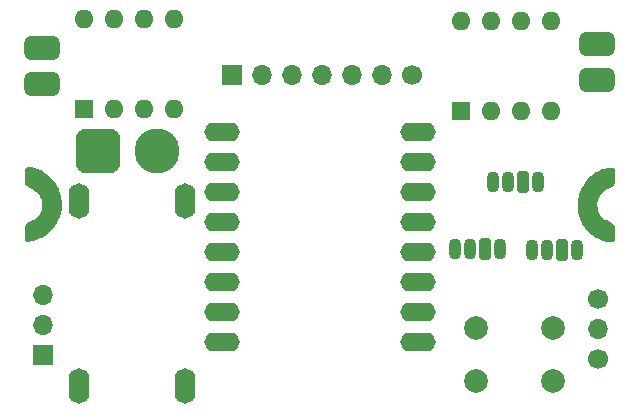
<source format=gts>
%TF.GenerationSoftware,KiCad,Pcbnew,7.0.1*%
%TF.CreationDate,2024-01-24T12:52:34+01:00*%
%TF.ProjectId,PX-CORE,50582d43-4f52-4452-9e6b-696361645f70,rev?*%
%TF.SameCoordinates,PX675d18cPY8cbe71c*%
%TF.FileFunction,Soldermask,Top*%
%TF.FilePolarity,Negative*%
%FSLAX46Y46*%
G04 Gerber Fmt 4.6, Leading zero omitted, Abs format (unit mm)*
G04 Created by KiCad (PCBNEW 7.0.1) date 2024-01-24 12:52:34*
%MOMM*%
%LPD*%
G01*
G04 APERTURE LIST*
G04 Aperture macros list*
%AMRoundRect*
0 Rectangle with rounded corners*
0 $1 Rounding radius*
0 $2 $3 $4 $5 $6 $7 $8 $9 X,Y pos of 4 corners*
0 Add a 4 corners polygon primitive as box body*
4,1,4,$2,$3,$4,$5,$6,$7,$8,$9,$2,$3,0*
0 Add four circle primitives for the rounded corners*
1,1,$1+$1,$2,$3*
1,1,$1+$1,$4,$5*
1,1,$1+$1,$6,$7*
1,1,$1+$1,$8,$9*
0 Add four rect primitives between the rounded corners*
20,1,$1+$1,$2,$3,$4,$5,0*
20,1,$1+$1,$4,$5,$6,$7,0*
20,1,$1+$1,$6,$7,$8,$9,0*
20,1,$1+$1,$8,$9,$2,$3,0*%
G04 Aperture macros list end*
%ADD10O,3.000000X1.600000*%
%ADD11C,1.700000*%
%ADD12O,1.700000X1.700000*%
%ADD13R,1.700000X1.700000*%
%ADD14RoundRect,0.500000X1.000000X0.500000X-1.000000X0.500000X-1.000000X-0.500000X1.000000X-0.500000X0*%
%ADD15O,1.070000X1.800000*%
%ADD16RoundRect,0.267500X-0.267500X-0.632500X0.267500X-0.632500X0.267500X0.632500X-0.267500X0.632500X0*%
%ADD17C,0.800000*%
%ADD18C,2.000000*%
%ADD19RoundRect,0.950000X-0.950000X-0.950000X0.950000X-0.950000X0.950000X0.950000X-0.950000X0.950000X0*%
%ADD20C,3.800000*%
%ADD21R,1.600000X1.600000*%
%ADD22O,1.600000X1.600000*%
%ADD23O,1.750000X3.000000*%
%ADD24RoundRect,0.500000X-1.000000X-0.500000X1.000000X-0.500000X1.000000X0.500000X-1.000000X0.500000X0*%
G04 APERTURE END LIST*
D10*
%TO.C,ESP32*%
X33325867Y5726728D03*
X33325867Y8266728D03*
X33325867Y10806728D03*
X33325867Y13346728D03*
X33325867Y15886728D03*
X33325867Y18426728D03*
X33325867Y20966728D03*
X33325867Y23506728D03*
X16688867Y5726728D03*
X16688867Y8266728D03*
X16688867Y10806728D03*
X16688867Y13346728D03*
X16688867Y15886728D03*
X16688867Y18426728D03*
X16688867Y20966728D03*
X16688867Y23506728D03*
%TD*%
D11*
%TO.C,J4*%
X32792367Y28332230D03*
D12*
X30252367Y28332230D03*
X27712367Y28332230D03*
X25172367Y28332230D03*
X22632367Y28332230D03*
X20092367Y28332230D03*
D13*
X17552367Y28332230D03*
%TD*%
D14*
%TO.C,M1*%
X1441366Y27567232D03*
X1441366Y30607232D03*
%TD*%
D15*
%TO.C,LED3*%
X42925000Y13500000D03*
X44195000Y13500000D03*
D16*
X45465000Y13500000D03*
D15*
X46735000Y13500000D03*
%TD*%
%TO.C,LED1*%
X36400000Y13525000D03*
X37670000Y13525000D03*
D16*
X38940000Y13525000D03*
D15*
X40210000Y13525000D03*
%TD*%
D17*
%TO.C,REF\u002A\u002A*%
X895807Y19549539D03*
X2194678Y18250668D03*
X895807Y15114917D03*
X2194678Y16413788D03*
%TD*%
D18*
%TO.C,BTN1*%
X38225000Y6850000D03*
X44725000Y6850000D03*
X38225000Y2350000D03*
X44725000Y2350000D03*
%TD*%
D19*
%TO.C,J2*%
X6175000Y21825000D03*
D20*
X11175000Y21825000D03*
%TD*%
D21*
%TO.C,PH1*%
X4975365Y25382229D03*
D22*
X7515365Y25382229D03*
X10055365Y25382229D03*
X12595365Y25382229D03*
X12595365Y33002229D03*
X10055365Y33002229D03*
X7515365Y33002229D03*
X4975365Y33002229D03*
%TD*%
D23*
%TO.C,DC-DC_3.3*%
X4560000Y17630000D03*
X13550000Y17670000D03*
X4560000Y1930000D03*
X13550000Y1960000D03*
%TD*%
D11*
%TO.C,START1*%
X48500000Y4275000D03*
D12*
X48500000Y6815000D03*
D11*
X48500000Y9355000D03*
%TD*%
D13*
%TO.C,J1*%
X1550000Y4600000D03*
D12*
X1550000Y7140000D03*
X1550000Y9680000D03*
%TD*%
D24*
%TO.C,M2*%
X48476364Y30904224D03*
X48476364Y27864224D03*
%TD*%
D17*
%TO.C,REF\u002A\u002A*%
X49082262Y15085887D03*
X47783391Y16384758D03*
X49082262Y19520509D03*
X47783391Y18221638D03*
%TD*%
D15*
%TO.C,LED2*%
X39675000Y19275000D03*
X40945000Y19275000D03*
D16*
X42215000Y19275000D03*
D15*
X43485000Y19275000D03*
%TD*%
D21*
%TO.C,PH2*%
X36922364Y25272229D03*
D22*
X39462364Y25272229D03*
X42002364Y25272229D03*
X44542364Y25272229D03*
X44542364Y32892229D03*
X42002364Y32892229D03*
X39462364Y32892229D03*
X36922364Y32892229D03*
%TD*%
G36*
X49723634Y20462779D02*
G01*
X49752677Y20459250D01*
X49802889Y20447783D01*
X49849668Y20426230D01*
X49852084Y20424797D01*
X49893402Y20394105D01*
X49927528Y20355573D01*
X49929163Y20353289D01*
X49954643Y20308550D01*
X49970377Y20259527D01*
X49976390Y20230895D01*
X49981706Y20179687D01*
X49981588Y19258435D01*
X49981461Y19250516D01*
X49981232Y19243348D01*
X49980226Y19227574D01*
X49979540Y19220407D01*
X49978659Y19212524D01*
X49974074Y19176697D01*
X49972760Y19167733D01*
X49971421Y19159625D01*
X49967826Y19141890D01*
X49965895Y19133873D01*
X49963616Y19125114D01*
X49960678Y19114609D01*
X49958766Y19108112D01*
X49956931Y19102178D01*
X49952551Y19089278D01*
X49950413Y19083504D01*
X49947980Y19077198D01*
X49941432Y19060888D01*
X49938821Y19054631D01*
X49936369Y19048974D01*
X49930627Y19036660D01*
X49927882Y19031169D01*
X49924752Y19025116D01*
X49916455Y19009596D01*
X49913169Y19003646D01*
X49910112Y18998285D01*
X49903089Y18986712D01*
X49899749Y18981531D01*
X49895984Y18975862D01*
X49886059Y18961353D01*
X49882156Y18955810D01*
X49878540Y18950821D01*
X49870268Y18940040D01*
X49866366Y18935232D01*
X49862025Y18930030D01*
X49850612Y18916724D01*
X49846092Y18911598D01*
X49841941Y18907019D01*
X49832563Y18897224D01*
X49828159Y18892868D01*
X49823268Y18888161D01*
X49810483Y18876187D01*
X49805467Y18871615D01*
X49800826Y18867500D01*
X49790417Y18858767D01*
X49785606Y18854949D01*
X49780245Y18850812D01*
X49766170Y18840253D01*
X49760683Y18836252D01*
X49755645Y18832683D01*
X49744338Y18825128D01*
X49739128Y18821849D01*
X49733344Y18818318D01*
X49718214Y18809361D01*
X49712306Y18805971D01*
X49706923Y18802980D01*
X49694905Y18796725D01*
X49689373Y18794034D01*
X49683214Y18791141D01*
X49667197Y18783884D01*
X49660960Y18781160D01*
X49655272Y18778768D01*
X49642632Y18773853D01*
X49636802Y18771767D01*
X49630393Y18769572D01*
X49605790Y18761517D01*
X49595003Y18757756D01*
X49584320Y18753568D01*
X49269637Y18623222D01*
X49234439Y18605865D01*
X49201804Y18584060D01*
X48953822Y18393783D01*
X48924312Y18367902D01*
X48898434Y18338395D01*
X48708153Y18090415D01*
X48686346Y18057778D01*
X48668989Y18022579D01*
X48549368Y17733789D01*
X48536753Y17696628D01*
X48529100Y17658151D01*
X48488296Y17348225D01*
X48485730Y17309070D01*
X48488296Y17269914D01*
X48530605Y16948556D01*
X48536023Y16921315D01*
X48547574Y16887290D01*
X48546719Y16887000D01*
X48559083Y16843441D01*
X48559258Y16842360D01*
X48562835Y16829335D01*
X48655151Y16552392D01*
X48675667Y16504937D01*
X48704032Y16461701D01*
X48893751Y16220706D01*
X48937624Y16175636D01*
X48989935Y16140703D01*
X49205450Y16027465D01*
X49227972Y16014075D01*
X49233391Y16010454D01*
X49240087Y16007153D01*
X49243885Y16005579D01*
X49249067Y16003363D01*
X49253731Y16001306D01*
X49264031Y15996479D01*
X49268681Y15994169D01*
X49273718Y15991595D01*
X49703146Y15765962D01*
X49724471Y15753366D01*
X49743132Y15741052D01*
X49781524Y15709826D01*
X49797384Y15694062D01*
X49814060Y15675751D01*
X49912069Y15556741D01*
X49952694Y15486704D01*
X49968700Y15407336D01*
X49982908Y15009493D01*
X49982979Y15007224D01*
X49983033Y15005193D01*
X49983111Y15000771D01*
X49983129Y14998730D01*
X49983139Y14996534D01*
X49983139Y14370141D01*
X49969640Y14289269D01*
X49930606Y14217165D01*
X49870270Y14161648D01*
X49795174Y14128737D01*
X49713460Y14122001D01*
X49582003Y14132956D01*
X49577815Y14133341D01*
X49574009Y14133723D01*
X49565466Y14134730D01*
X49561633Y14135249D01*
X49557494Y14135844D01*
X49189470Y14191983D01*
X49176853Y14194242D01*
X49165462Y14196585D01*
X49140697Y14203021D01*
X49129615Y14206518D01*
X49117496Y14210688D01*
X48703797Y14365057D01*
X48695288Y14368411D01*
X48687605Y14371604D01*
X48670891Y14379287D01*
X48663436Y14383053D01*
X48655338Y14387332D01*
X48228728Y14622919D01*
X48220668Y14627568D01*
X48213441Y14631919D01*
X48197862Y14642111D01*
X48190956Y14647007D01*
X48183465Y14652531D01*
X47814349Y14935524D01*
X47803109Y14944673D01*
X47793150Y14953273D01*
X47772340Y14973475D01*
X47763451Y14983172D01*
X47753969Y14994140D01*
X47477682Y15333216D01*
X47474924Y15336664D01*
X47472445Y15339819D01*
X47467141Y15346820D01*
X47464781Y15350052D01*
X47462242Y15353594D01*
X47221441Y15695788D01*
X47214657Y15705949D01*
X47208724Y15715326D01*
X47196672Y15736622D01*
X47191678Y15746556D01*
X47186455Y15757613D01*
X47019467Y16134880D01*
X47016337Y16142273D01*
X47013591Y16149060D01*
X47008036Y16164179D01*
X47005734Y16171131D01*
X47003338Y16178778D01*
X46869691Y16630627D01*
X46867069Y16640184D01*
X46864858Y16648924D01*
X46860765Y16668326D01*
X46859257Y16677211D01*
X46857793Y16687011D01*
X46807898Y17073692D01*
X46807004Y17081617D01*
X46806307Y17088833D01*
X46805281Y17104811D01*
X46805049Y17112063D01*
X46804922Y17120026D01*
X46804923Y17567356D01*
X46805273Y17580553D01*
X46805908Y17592516D01*
X46808698Y17618735D01*
X46810593Y17630555D01*
X46813025Y17643521D01*
X46919865Y18140019D01*
X46921818Y18148388D01*
X46923719Y18155944D01*
X46928492Y18172479D01*
X46930918Y18179909D01*
X46933720Y18188015D01*
X47076890Y18580172D01*
X47080844Y18590309D01*
X47084637Y18599439D01*
X47093837Y18619115D01*
X47098402Y18627862D01*
X47103657Y18637413D01*
X47313322Y18999564D01*
X47316056Y19004172D01*
X47318566Y19008300D01*
X47324300Y19017291D01*
X47327008Y19021343D01*
X47330042Y19025779D01*
X47597543Y19407925D01*
X47604836Y19417815D01*
X47611663Y19426610D01*
X47627661Y19445244D01*
X47635348Y19453352D01*
X47644024Y19462062D01*
X47917257Y19723147D01*
X47923901Y19729269D01*
X47930031Y19734715D01*
X47943974Y19746224D01*
X47950521Y19751240D01*
X47957785Y19756599D01*
X48394680Y20066858D01*
X48404965Y20073784D01*
X48414469Y20079845D01*
X48436018Y20092122D01*
X48446065Y20097201D01*
X48457274Y20102521D01*
X48906868Y20302339D01*
X48916000Y20306182D01*
X48924393Y20309519D01*
X48943129Y20316116D01*
X48951747Y20318769D01*
X48961289Y20321499D01*
X49383863Y20433358D01*
X49394287Y20435879D01*
X49403821Y20437968D01*
X49425004Y20441659D01*
X49434693Y20442919D01*
X49445366Y20444073D01*
X49672161Y20463672D01*
X49723634Y20462779D01*
G37*
G36*
X541380Y20486798D02*
G01*
X555043Y20485393D01*
X567393Y20483778D01*
X594363Y20478726D01*
X606464Y20475761D01*
X619705Y20472127D01*
X1049646Y20341277D01*
X1056355Y20339131D01*
X1062423Y20337095D01*
X1075639Y20332241D01*
X1081598Y20329859D01*
X1088084Y20327159D01*
X1511861Y20143731D01*
X1522430Y20138861D01*
X1531929Y20134211D01*
X1552310Y20123025D01*
X1561323Y20117516D01*
X1571115Y20111212D01*
X1956069Y19850438D01*
X1964647Y19844359D01*
X1972315Y19838678D01*
X1988626Y19825494D01*
X1995784Y19819192D01*
X2003527Y19812080D01*
X2301766Y19526273D01*
X2308196Y19519882D01*
X2313925Y19513977D01*
X2326080Y19500498D01*
X2331379Y19494173D01*
X2337061Y19487136D01*
X2599922Y19149166D01*
X2605897Y19141157D01*
X2611175Y19133778D01*
X2622154Y19117047D01*
X2626829Y19109257D01*
X2631810Y19100564D01*
X2892184Y18624265D01*
X2897301Y18614387D01*
X2901747Y18605313D01*
X2910615Y18584966D01*
X2914230Y18575546D01*
X2917982Y18565076D01*
X3085753Y18061774D01*
X3089797Y18048402D01*
X3093122Y18036181D01*
X3098934Y18008847D01*
X3100872Y17996309D01*
X3102617Y17982451D01*
X3152698Y17469125D01*
X3153404Y17460248D01*
X3153902Y17452159D01*
X3154360Y17434283D01*
X3154276Y17426160D01*
X3154024Y17417254D01*
X3135051Y17006209D01*
X3134573Y16998463D01*
X3134027Y16991413D01*
X3132349Y16975999D01*
X3131367Y16969009D01*
X3130167Y16961342D01*
X3067952Y16600509D01*
X3066178Y16591267D01*
X3064407Y16582898D01*
X3059828Y16564679D01*
X3057438Y16556491D01*
X3054635Y16547521D01*
X2949565Y16232303D01*
X2947252Y16225677D01*
X2945055Y16219657D01*
X2939870Y16206605D01*
X2937358Y16200767D01*
X2934478Y16194326D01*
X2769526Y15839049D01*
X2765875Y15831520D01*
X2762433Y15824715D01*
X2754360Y15810007D01*
X2750465Y15803445D01*
X2746070Y15796317D01*
X2546598Y15484638D01*
X2541793Y15477410D01*
X2537309Y15470914D01*
X2526960Y15456985D01*
X2522040Y15450824D01*
X2516522Y15444156D01*
X2213845Y15091036D01*
X2206712Y15083067D01*
X2200071Y15075961D01*
X2184836Y15061000D01*
X2177636Y15054512D01*
X2169529Y15047517D01*
X1882695Y14810578D01*
X1877736Y14806587D01*
X1873159Y14802999D01*
X1862928Y14795393D01*
X1858216Y14792074D01*
X1852964Y14788475D01*
X1629641Y14639567D01*
X1624114Y14635986D01*
X1619057Y14632804D01*
X1607783Y14626117D01*
X1602570Y14623208D01*
X1596773Y14620073D01*
X1338525Y14484799D01*
X1331011Y14481024D01*
X1324089Y14477691D01*
X1308619Y14470879D01*
X1301491Y14468025D01*
X1293628Y14465030D01*
X995667Y14357259D01*
X991760Y14355882D01*
X988171Y14354651D01*
X980462Y14352147D01*
X976918Y14351059D01*
X972946Y14349875D01*
X671210Y14262711D01*
X669585Y14262248D01*
X668047Y14261815D01*
X664347Y14260804D01*
X662728Y14260375D01*
X661095Y14259948D01*
X440493Y14203090D01*
X428407Y14200294D01*
X417400Y14198035D01*
X392940Y14194270D01*
X381746Y14193113D01*
X369384Y14192146D01*
X263764Y14186523D01*
X183724Y14195299D01*
X110670Y14229158D01*
X52241Y14284559D01*
X14545Y14355709D01*
X1526Y14435169D01*
X1523Y14763906D01*
X1533Y14766099D01*
X1551Y14768145D01*
X1630Y14772615D01*
X1684Y14774633D01*
X1754Y14776860D01*
X25454Y15440412D01*
X30210Y15480752D01*
X37357Y15516189D01*
X66055Y15591898D01*
X84187Y15623157D01*
X107365Y15656513D01*
X189818Y15756633D01*
X227953Y15793948D01*
X273163Y15822281D01*
X276983Y15824138D01*
X283100Y15827010D01*
X299102Y15834259D01*
X305304Y15836967D01*
X310993Y15839360D01*
X323645Y15844281D01*
X329466Y15846364D01*
X335895Y15848566D01*
X360491Y15856618D01*
X371301Y15860388D01*
X381943Y15864560D01*
X696655Y15994920D01*
X731848Y16012275D01*
X764483Y16034081D01*
X949295Y16175898D01*
X957854Y16182180D01*
X965766Y16187732D01*
X983679Y16199192D01*
X992033Y16204047D01*
X1001344Y16209196D01*
X1018045Y16217970D01*
X1058823Y16245203D01*
X1093033Y16280347D01*
X1291464Y16532407D01*
X1319832Y16575647D01*
X1340352Y16623113D01*
X1426707Y16882182D01*
X1435248Y16913285D01*
X1440398Y16945103D01*
X1462536Y17151719D01*
X1462699Y17153203D01*
X1462855Y17154581D01*
X1463203Y17157499D01*
X1463377Y17158889D01*
X1463579Y17160464D01*
X1477989Y17269919D01*
X1480555Y17309071D01*
X1477988Y17348221D01*
X1471879Y17394616D01*
X1471564Y17397108D01*
X1471287Y17399389D01*
X1470729Y17404405D01*
X1470499Y17406684D01*
X1470263Y17409146D01*
X1448186Y17652020D01*
X1440626Y17696960D01*
X1426342Y17740242D01*
X1317474Y18001527D01*
X1300454Y18035976D01*
X1279178Y18067961D01*
X1082726Y18325798D01*
X1075931Y18333838D01*
X1071375Y18338237D01*
X1057121Y18353190D01*
X1043168Y18369099D01*
X1032970Y18378044D01*
X984682Y18415096D01*
X981582Y18417513D01*
X978755Y18419754D01*
X972743Y18424675D01*
X970004Y18426989D01*
X967013Y18429557D01*
X784260Y18588979D01*
X741559Y18620060D01*
X694057Y18643175D01*
X390653Y18759020D01*
X378595Y18763989D01*
X367774Y18768784D01*
X344520Y18780582D01*
X334243Y18786492D01*
X323103Y18793293D01*
X199204Y18873464D01*
X172091Y18893751D01*
X149094Y18913534D01*
X104334Y18964124D01*
X87501Y18989359D01*
X70669Y19018742D01*
X32058Y19098233D01*
X20894Y19125110D01*
X12281Y19149834D01*
X-304Y19206586D01*
X-2951Y19232645D01*
X-4195Y19261719D01*
X10813Y20217176D01*
X16754Y20267471D01*
X23564Y20298003D01*
X39553Y20346044D01*
X64930Y20389857D01*
X68035Y20394144D01*
X101772Y20431938D01*
X142461Y20462121D01*
X147008Y20464824D01*
X192942Y20486140D01*
X242238Y20497721D01*
X273261Y20501742D01*
X323891Y20503111D01*
X541380Y20486798D01*
G37*
M02*

</source>
